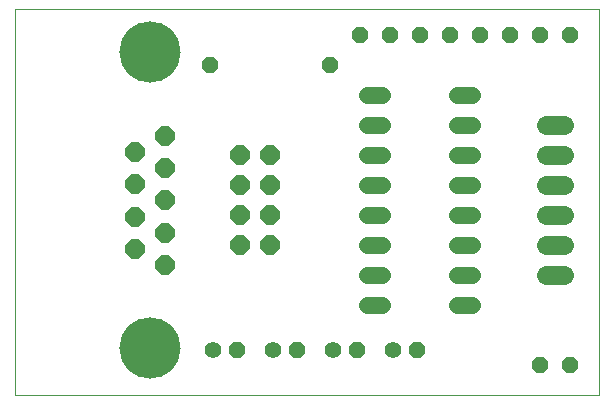
<source format=gbs>
G75*
%MOIN*%
%OFA0B0*%
%FSLAX25Y25*%
%IPPOS*%
%LPD*%
%AMOC8*
5,1,8,0,0,1.08239X$1,22.5*
%
%ADD10C,0.00000*%
%ADD11OC8,0.05600*%
%ADD12C,0.05600*%
%ADD13C,0.05600*%
%ADD14OC8,0.06400*%
%ADD15C,0.06400*%
%ADD16C,0.20400*%
D10*
X0052595Y0028933D02*
X0052595Y0157634D01*
X0247516Y0157634D01*
X0247516Y0028933D01*
X0052595Y0028933D01*
D11*
X0126595Y0043933D03*
X0146595Y0043933D03*
X0166595Y0043933D03*
X0186595Y0043933D03*
X0227595Y0038933D03*
X0237595Y0038933D03*
X0157595Y0138933D03*
X0167595Y0148933D03*
X0177595Y0148933D03*
X0187595Y0148933D03*
X0197595Y0148933D03*
X0207595Y0148933D03*
X0217595Y0148933D03*
X0227595Y0148933D03*
X0237595Y0148933D03*
X0117595Y0138933D03*
D12*
X0118595Y0043933D03*
X0138595Y0043933D03*
X0158595Y0043933D03*
X0178595Y0043933D03*
D13*
X0175195Y0058933D02*
X0169995Y0058933D01*
X0169995Y0068933D02*
X0175195Y0068933D01*
X0175195Y0078933D02*
X0169995Y0078933D01*
X0169995Y0088933D02*
X0175195Y0088933D01*
X0175195Y0098933D02*
X0169995Y0098933D01*
X0169995Y0108933D02*
X0175195Y0108933D01*
X0175195Y0118933D02*
X0169995Y0118933D01*
X0169995Y0128933D02*
X0175195Y0128933D01*
X0199995Y0128933D02*
X0205195Y0128933D01*
X0205195Y0118933D02*
X0199995Y0118933D01*
X0199995Y0108933D02*
X0205195Y0108933D01*
X0205195Y0098933D02*
X0199995Y0098933D01*
X0199995Y0088933D02*
X0205195Y0088933D01*
X0205195Y0078933D02*
X0199995Y0078933D01*
X0199995Y0068933D02*
X0205195Y0068933D01*
X0205195Y0058933D02*
X0199995Y0058933D01*
D14*
X0137595Y0078933D03*
X0127595Y0078933D03*
X0127595Y0088933D03*
X0137595Y0088933D03*
X0137595Y0098933D03*
X0127595Y0098933D03*
X0127595Y0108933D03*
X0137595Y0108933D03*
X0102595Y0104733D03*
X0092595Y0099333D03*
X0102595Y0093933D03*
X0092595Y0088533D03*
X0102595Y0083133D03*
X0092595Y0077733D03*
X0102595Y0072333D03*
X0092595Y0110133D03*
X0102595Y0115533D03*
D15*
X0229595Y0118933D02*
X0235595Y0118933D01*
X0235595Y0108933D02*
X0229595Y0108933D01*
X0229595Y0098933D02*
X0235595Y0098933D01*
X0235595Y0088933D02*
X0229595Y0088933D01*
X0229595Y0078933D02*
X0235595Y0078933D01*
X0235595Y0068933D02*
X0229595Y0068933D01*
D16*
X0097595Y0044633D03*
X0097595Y0143233D03*
M02*

</source>
